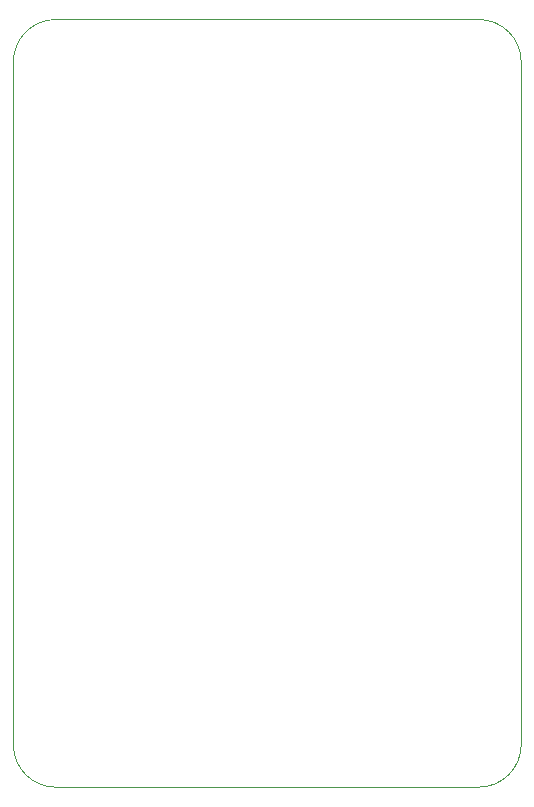
<source format=gbr>
%TF.GenerationSoftware,KiCad,Pcbnew,9.0.1*%
%TF.CreationDate,2025-04-23T21:07:03+03:00*%
%TF.ProjectId,Ricardo-Hermes,52696361-7264-46f2-9d48-65726d65732e,rev?*%
%TF.SameCoordinates,Original*%
%TF.FileFunction,Profile,NP*%
%FSLAX46Y46*%
G04 Gerber Fmt 4.6, Leading zero omitted, Abs format (unit mm)*
G04 Created by KiCad (PCBNEW 9.0.1) date 2025-04-23 21:07:03*
%MOMM*%
%LPD*%
G01*
G04 APERTURE LIST*
%TA.AperFunction,Profile*%
%ADD10C,0.100000*%
%TD*%
G04 APERTURE END LIST*
D10*
X161205000Y-74788200D02*
X161204816Y-130588216D01*
X118204985Y-132588216D02*
X118204984Y-130588216D01*
X118205400Y-74788200D02*
G75*
G02*
X121805400Y-71188200I3600000J0D01*
G01*
X157604816Y-136188216D02*
X121804984Y-136188216D01*
X118204984Y-130588216D02*
X118205400Y-74788200D01*
X161204816Y-132588200D02*
X161204816Y-130588216D01*
X157605000Y-71188200D02*
G75*
G02*
X161205000Y-74788200I0J-3600000D01*
G01*
X121805400Y-71188200D02*
X157605000Y-71188200D01*
X121804984Y-136188216D02*
G75*
G02*
X118204984Y-132588216I16J3600016D01*
G01*
X161204816Y-132588216D02*
G75*
G02*
X157604816Y-136188216I-3600016J16D01*
G01*
M02*

</source>
